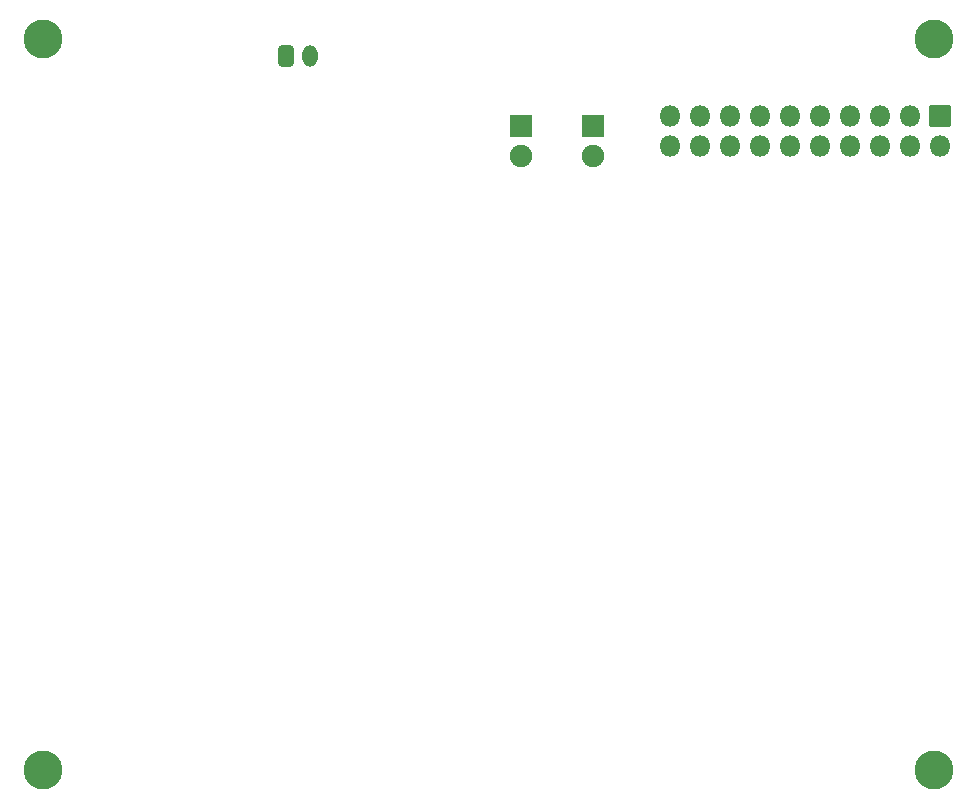
<source format=gbr>
%TF.GenerationSoftware,KiCad,Pcbnew,(7.0.0)*%
%TF.CreationDate,2023-05-21T02:13:25-07:00*%
%TF.ProjectId,epaper_photo_frame,65706170-6572-45f7-9068-6f746f5f6672,rev?*%
%TF.SameCoordinates,Original*%
%TF.FileFunction,Soldermask,Bot*%
%TF.FilePolarity,Negative*%
%FSLAX46Y46*%
G04 Gerber Fmt 4.6, Leading zero omitted, Abs format (unit mm)*
G04 Created by KiCad (PCBNEW (7.0.0)) date 2023-05-21 02:13:25*
%MOMM*%
%LPD*%
G01*
G04 APERTURE LIST*
G04 Aperture macros list*
%AMRoundRect*
0 Rectangle with rounded corners*
0 $1 Rounding radius*
0 $2 $3 $4 $5 $6 $7 $8 $9 X,Y pos of 4 corners*
0 Add a 4 corners polygon primitive as box body*
4,1,4,$2,$3,$4,$5,$6,$7,$8,$9,$2,$3,0*
0 Add four circle primitives for the rounded corners*
1,1,$1+$1,$2,$3*
1,1,$1+$1,$4,$5*
1,1,$1+$1,$6,$7*
1,1,$1+$1,$8,$9*
0 Add four rect primitives between the rounded corners*
20,1,$1+$1,$2,$3,$4,$5,0*
20,1,$1+$1,$4,$5,$6,$7,0*
20,1,$1+$1,$6,$7,$8,$9,0*
20,1,$1+$1,$8,$9,$2,$3,0*%
G04 Aperture macros list end*
%ADD10RoundRect,0.050000X-0.900000X0.900000X-0.900000X-0.900000X0.900000X-0.900000X0.900000X0.900000X0*%
%ADD11C,1.900000*%
%ADD12RoundRect,0.050000X-0.850000X0.850000X-0.850000X-0.850000X0.850000X-0.850000X0.850000X0.850000X0*%
%ADD13O,1.800000X1.800000*%
%ADD14C,3.300000*%
%ADD15RoundRect,0.300000X-0.350000X-0.625000X0.350000X-0.625000X0.350000X0.625000X-0.350000X0.625000X0*%
%ADD16O,1.300000X1.850000*%
G04 APERTURE END LIST*
D10*
%TO.C,D6*%
X146300000Y-83125000D03*
D11*
X146300000Y-85665000D03*
%TD*%
D12*
%TO.C,J2*%
X181725000Y-82225000D03*
D13*
X181724999Y-84764999D03*
X179184999Y-82224999D03*
X179184999Y-84764999D03*
X176644999Y-82224999D03*
X176644999Y-84764999D03*
X174104999Y-82224999D03*
X174104999Y-84764999D03*
X171564999Y-82224999D03*
X171564999Y-84764999D03*
X169024999Y-82224999D03*
X169024999Y-84764999D03*
X166484999Y-82224999D03*
X166484999Y-84764999D03*
X163944999Y-82224999D03*
X163944999Y-84764999D03*
X161404999Y-82224999D03*
X161404999Y-84764999D03*
X158864999Y-82224999D03*
X158864999Y-84764999D03*
%TD*%
D14*
%TO.C,H4*%
X181250000Y-137650000D03*
%TD*%
D10*
%TO.C,D5*%
X152400000Y-83125000D03*
D11*
X152400000Y-85665000D03*
%TD*%
D14*
%TO.C,H2*%
X181250000Y-75700000D03*
%TD*%
%TO.C,H1*%
X105800000Y-75700000D03*
%TD*%
D15*
%TO.C,J3*%
X126400000Y-77150000D03*
D16*
X128399999Y-77149999D03*
%TD*%
D14*
%TO.C,H3*%
X105800000Y-137650000D03*
%TD*%
M02*

</source>
